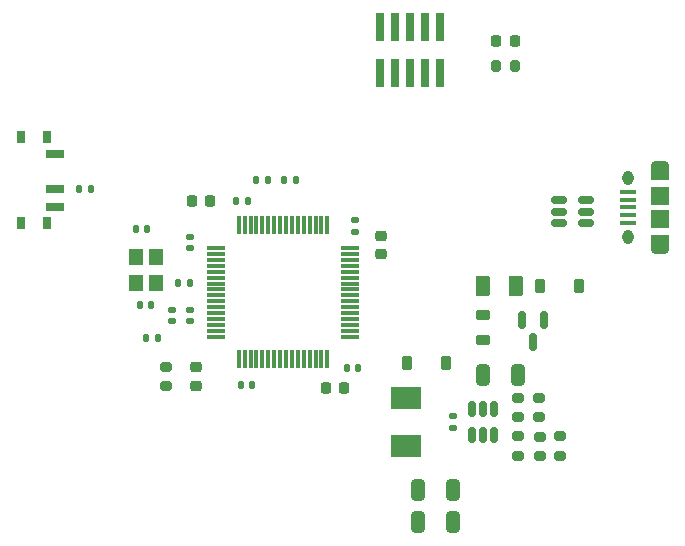
<source format=gbr>
%TF.GenerationSoftware,KiCad,Pcbnew,7.0.2*%
%TF.CreationDate,2023-06-03T12:41:16+05:30*%
%TF.ProjectId,STM32F4 based PCB,53544d33-3246-4342-9062-617365642050,rev?*%
%TF.SameCoordinates,Original*%
%TF.FileFunction,Paste,Top*%
%TF.FilePolarity,Positive*%
%FSLAX46Y46*%
G04 Gerber Fmt 4.6, Leading zero omitted, Abs format (unit mm)*
G04 Created by KiCad (PCBNEW 7.0.2) date 2023-06-03 12:41:16*
%MOMM*%
%LPD*%
G01*
G04 APERTURE LIST*
G04 Aperture macros list*
%AMRoundRect*
0 Rectangle with rounded corners*
0 $1 Rounding radius*
0 $2 $3 $4 $5 $6 $7 $8 $9 X,Y pos of 4 corners*
0 Add a 4 corners polygon primitive as box body*
4,1,4,$2,$3,$4,$5,$6,$7,$8,$9,$2,$3,0*
0 Add four circle primitives for the rounded corners*
1,1,$1+$1,$2,$3*
1,1,$1+$1,$4,$5*
1,1,$1+$1,$6,$7*
1,1,$1+$1,$8,$9*
0 Add four rect primitives between the rounded corners*
20,1,$1+$1,$2,$3,$4,$5,0*
20,1,$1+$1,$4,$5,$6,$7,0*
20,1,$1+$1,$6,$7,$8,$9,0*
20,1,$1+$1,$8,$9,$2,$3,0*%
G04 Aperture macros list end*
%ADD10R,0.740000X2.400000*%
%ADD11RoundRect,0.150000X0.150000X-0.512500X0.150000X0.512500X-0.150000X0.512500X-0.150000X-0.512500X0*%
%ADD12RoundRect,0.225000X-0.225000X-0.250000X0.225000X-0.250000X0.225000X0.250000X-0.225000X0.250000X0*%
%ADD13R,2.500000X1.900000*%
%ADD14RoundRect,0.200000X0.275000X-0.200000X0.275000X0.200000X-0.275000X0.200000X-0.275000X-0.200000X0*%
%ADD15RoundRect,0.250000X-0.325000X-0.650000X0.325000X-0.650000X0.325000X0.650000X-0.325000X0.650000X0*%
%ADD16RoundRect,0.200000X-0.275000X0.200000X-0.275000X-0.200000X0.275000X-0.200000X0.275000X0.200000X0*%
%ADD17RoundRect,0.135000X0.135000X0.185000X-0.135000X0.185000X-0.135000X-0.185000X0.135000X-0.185000X0*%
%ADD18RoundRect,0.140000X0.170000X-0.140000X0.170000X0.140000X-0.170000X0.140000X-0.170000X-0.140000X0*%
%ADD19RoundRect,0.140000X-0.140000X-0.170000X0.140000X-0.170000X0.140000X0.170000X-0.140000X0.170000X0*%
%ADD20RoundRect,0.140000X0.140000X0.170000X-0.140000X0.170000X-0.140000X-0.170000X0.140000X-0.170000X0*%
%ADD21RoundRect,0.225000X-0.225000X-0.375000X0.225000X-0.375000X0.225000X0.375000X-0.225000X0.375000X0*%
%ADD22RoundRect,0.075000X-0.700000X-0.075000X0.700000X-0.075000X0.700000X0.075000X-0.700000X0.075000X0*%
%ADD23RoundRect,0.075000X-0.075000X-0.700000X0.075000X-0.700000X0.075000X0.700000X-0.075000X0.700000X0*%
%ADD24RoundRect,0.135000X-0.135000X-0.185000X0.135000X-0.185000X0.135000X0.185000X-0.135000X0.185000X0*%
%ADD25RoundRect,0.225000X0.225000X0.250000X-0.225000X0.250000X-0.225000X-0.250000X0.225000X-0.250000X0*%
%ADD26RoundRect,0.150000X-0.150000X0.587500X-0.150000X-0.587500X0.150000X-0.587500X0.150000X0.587500X0*%
%ADD27RoundRect,0.218750X-0.381250X0.218750X-0.381250X-0.218750X0.381250X-0.218750X0.381250X0.218750X0*%
%ADD28RoundRect,0.218750X0.218750X0.256250X-0.218750X0.256250X-0.218750X-0.256250X0.218750X-0.256250X0*%
%ADD29O,1.550000X0.890000*%
%ADD30O,0.950000X1.250000*%
%ADD31R,1.350000X0.400000*%
%ADD32R,1.550000X1.200000*%
%ADD33R,1.550000X1.500000*%
%ADD34RoundRect,0.147500X-0.147500X-0.172500X0.147500X-0.172500X0.147500X0.172500X-0.147500X0.172500X0*%
%ADD35R,0.800000X1.000000*%
%ADD36R,1.500000X0.700000*%
%ADD37R,1.200000X1.400000*%
%ADD38RoundRect,0.225000X0.250000X-0.225000X0.250000X0.225000X-0.250000X0.225000X-0.250000X-0.225000X0*%
%ADD39RoundRect,0.250000X0.375000X0.625000X-0.375000X0.625000X-0.375000X-0.625000X0.375000X-0.625000X0*%
%ADD40RoundRect,0.150000X0.512500X0.150000X-0.512500X0.150000X-0.512500X-0.150000X0.512500X-0.150000X0*%
%ADD41RoundRect,0.218750X0.256250X-0.218750X0.256250X0.218750X-0.256250X0.218750X-0.256250X-0.218750X0*%
%ADD42RoundRect,0.200000X0.200000X0.275000X-0.200000X0.275000X-0.200000X-0.275000X0.200000X-0.275000X0*%
G04 APERTURE END LIST*
D10*
%TO.C,J2*%
X124140000Y-53650000D03*
X124140000Y-57550000D03*
X122870000Y-53650000D03*
X122870000Y-57550000D03*
X121600000Y-53650000D03*
X121600000Y-57550000D03*
X120330000Y-53650000D03*
X120330000Y-57550000D03*
X119060000Y-53650000D03*
X119060000Y-57550000D03*
%TD*%
D11*
%TO.C,U2*%
X126850000Y-88242500D03*
X127800000Y-88242500D03*
X128750000Y-88242500D03*
X128750000Y-85967500D03*
X127800000Y-85967500D03*
X126850000Y-85967500D03*
%TD*%
D12*
%TO.C,C1*%
X114475000Y-84250000D03*
X116025000Y-84250000D03*
%TD*%
D13*
%TO.C,L2*%
X121300000Y-85075000D03*
X121300000Y-89175000D03*
%TD*%
D14*
%TO.C,R5*%
X132550000Y-86700000D03*
X132550000Y-85050000D03*
%TD*%
D15*
%TO.C,C13*%
X127825000Y-83105000D03*
X130775000Y-83105000D03*
%TD*%
D16*
%TO.C,R7*%
X132613745Y-88352074D03*
X132613745Y-90002074D03*
%TD*%
D17*
%TO.C,R1*%
X94610000Y-67400000D03*
X93590000Y-67400000D03*
%TD*%
D15*
%TO.C,C15*%
X122325000Y-92855000D03*
X125275000Y-92855000D03*
%TD*%
D14*
%TO.C,R6*%
X130800000Y-89950000D03*
X130800000Y-88300000D03*
%TD*%
D15*
%TO.C,C16*%
X122325000Y-95605000D03*
X125275000Y-95605000D03*
%TD*%
D18*
%TO.C,C7*%
X117000000Y-70980000D03*
X117000000Y-70020000D03*
%TD*%
D19*
%TO.C,C8*%
X106920000Y-68431221D03*
X107880000Y-68431221D03*
%TD*%
D18*
%TO.C,C9*%
X101486020Y-78578010D03*
X101486020Y-77618010D03*
%TD*%
%TO.C,C10*%
X103000000Y-78570575D03*
X103000000Y-77610575D03*
%TD*%
D20*
%TO.C,C12*%
X99680000Y-77186807D03*
X98720000Y-77186807D03*
%TD*%
D17*
%TO.C,R9*%
X111965741Y-66635107D03*
X110945741Y-66635107D03*
%TD*%
D14*
%TO.C,R3*%
X101000000Y-84075000D03*
X101000000Y-82425000D03*
%TD*%
D21*
%TO.C,D3*%
X132650000Y-75625000D03*
X135950000Y-75625000D03*
%TD*%
D22*
%TO.C,U1*%
X105195000Y-72390000D03*
X105195000Y-72890000D03*
X105195000Y-73390000D03*
X105195000Y-73890000D03*
X105195000Y-74390000D03*
X105195000Y-74890000D03*
X105195000Y-75390000D03*
X105195000Y-75890000D03*
X105195000Y-76390000D03*
X105195000Y-76890000D03*
X105195000Y-77390000D03*
X105195000Y-77890000D03*
X105195000Y-78390000D03*
X105195000Y-78890000D03*
X105195000Y-79390000D03*
X105195000Y-79890000D03*
D23*
X107120000Y-81815000D03*
X107620000Y-81815000D03*
X108120000Y-81815000D03*
X108620000Y-81815000D03*
X109120000Y-81815000D03*
X109620000Y-81815000D03*
X110120000Y-81815000D03*
X110620000Y-81815000D03*
X111120000Y-81815000D03*
X111620000Y-81815000D03*
X112120000Y-81815000D03*
X112620000Y-81815000D03*
X113120000Y-81815000D03*
X113620000Y-81815000D03*
X114120000Y-81815000D03*
X114620000Y-81815000D03*
D22*
X116545000Y-79890000D03*
X116545000Y-79390000D03*
X116545000Y-78890000D03*
X116545000Y-78390000D03*
X116545000Y-77890000D03*
X116545000Y-77390000D03*
X116545000Y-76890000D03*
X116545000Y-76390000D03*
X116545000Y-75890000D03*
X116545000Y-75390000D03*
X116545000Y-74890000D03*
X116545000Y-74390000D03*
X116545000Y-73890000D03*
X116545000Y-73390000D03*
X116545000Y-72890000D03*
X116545000Y-72390000D03*
D23*
X114620000Y-70465000D03*
X114120000Y-70465000D03*
X113620000Y-70465000D03*
X113120000Y-70465000D03*
X112620000Y-70465000D03*
X112120000Y-70465000D03*
X111620000Y-70465000D03*
X111120000Y-70465000D03*
X110620000Y-70465000D03*
X110120000Y-70465000D03*
X109620000Y-70465000D03*
X109120000Y-70465000D03*
X108620000Y-70465000D03*
X108120000Y-70465000D03*
X107620000Y-70465000D03*
X107120000Y-70465000D03*
%TD*%
D24*
%TO.C,R10*%
X108595472Y-66600000D03*
X109615472Y-66600000D03*
%TD*%
D25*
%TO.C,C3*%
X104677604Y-68407425D03*
X103127604Y-68407425D03*
%TD*%
D19*
%TO.C,C11*%
X98420000Y-70800000D03*
X99380000Y-70800000D03*
%TD*%
D18*
%TO.C,C14*%
X125300000Y-87585000D03*
X125300000Y-86625000D03*
%TD*%
D26*
%TO.C,Q1*%
X133000000Y-78437500D03*
X131100000Y-78437500D03*
X132050000Y-80312500D03*
%TD*%
D14*
%TO.C,R8*%
X134300000Y-89950000D03*
X134300000Y-88300000D03*
%TD*%
D27*
%TO.C,FB1*%
X127800000Y-78062500D03*
X127800000Y-80187500D03*
%TD*%
D28*
%TO.C,D4*%
X130500000Y-54868750D03*
X128925000Y-54868750D03*
%TD*%
D29*
%TO.C,J5*%
X142800000Y-72438935D03*
D30*
X140100000Y-71438935D03*
X140100000Y-66438935D03*
D29*
X142800000Y-65438935D03*
D31*
X140100000Y-70238935D03*
X140100000Y-69588935D03*
X140100000Y-68938935D03*
X140100000Y-68288935D03*
X140100000Y-67638935D03*
D32*
X142800000Y-71838935D03*
D33*
X142800000Y-69938935D03*
X142800000Y-67938935D03*
D32*
X142800000Y-66038935D03*
%TD*%
D21*
%TO.C,D2*%
X121400000Y-82125000D03*
X124700000Y-82125000D03*
%TD*%
D18*
%TO.C,C4*%
X103000000Y-72379321D03*
X103000000Y-71419321D03*
%TD*%
D16*
%TO.C,R4*%
X130800000Y-85050000D03*
X130800000Y-86700000D03*
%TD*%
D34*
%TO.C,L1*%
X99280000Y-80000000D03*
X100250000Y-80000000D03*
%TD*%
D35*
%TO.C,SW1*%
X90900000Y-63000000D03*
X88690000Y-63000000D03*
X90900000Y-70300000D03*
X88690000Y-70300000D03*
D36*
X91550000Y-64400000D03*
X91550000Y-67400000D03*
X91550000Y-68900000D03*
%TD*%
D20*
%TO.C,C5*%
X108280000Y-84000000D03*
X107320000Y-84000000D03*
%TD*%
D37*
%TO.C,Y1*%
X98450000Y-73100000D03*
X98450000Y-75300000D03*
X100150000Y-75300000D03*
X100150000Y-73100000D03*
%TD*%
D38*
%TO.C,C2*%
X119203952Y-72889997D03*
X119203952Y-71339997D03*
%TD*%
D17*
%TO.C,R2*%
X103010000Y-75300000D03*
X101990000Y-75300000D03*
%TD*%
D39*
%TO.C,F1*%
X130600000Y-75625000D03*
X127800000Y-75625000D03*
%TD*%
D19*
%TO.C,C6*%
X116250000Y-82500000D03*
X117210000Y-82500000D03*
%TD*%
D40*
%TO.C,U3*%
X136537500Y-70250000D03*
X136537500Y-69300000D03*
X136537500Y-68350000D03*
X134262500Y-68350000D03*
X134262500Y-69300000D03*
X134262500Y-70250000D03*
%TD*%
D41*
%TO.C,D1*%
X103500000Y-84037500D03*
X103500000Y-82462500D03*
%TD*%
D42*
%TO.C,R11*%
X130537500Y-56968750D03*
X128887500Y-56968750D03*
%TD*%
M02*

</source>
